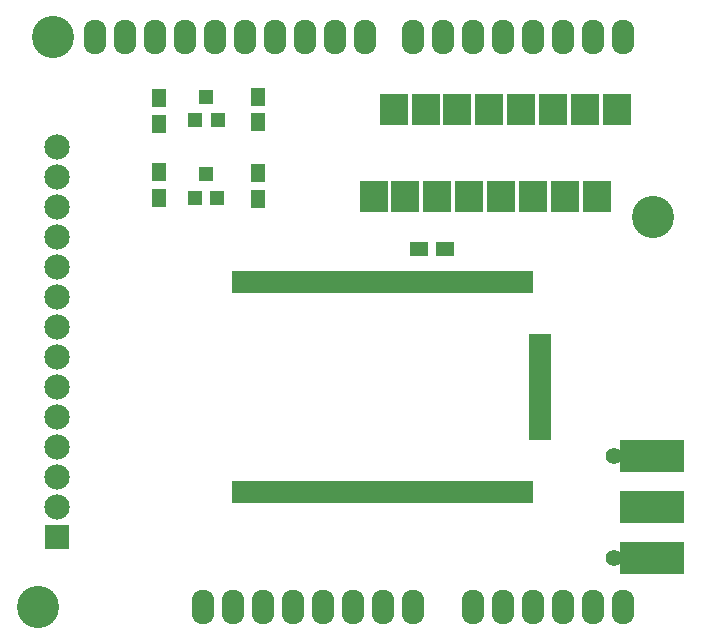
<source format=gts>
%TF.GenerationSoftware,KiCad,Pcbnew,4.0.6-e0-6349~53~ubuntu16.04.1*%
%TF.CreationDate,2017-06-06T11:27:21+01:00*%
%TF.ProjectId,RN2483shield,524E32343833736869656C642E6B6963,rev?*%
%TF.FileFunction,Soldermask,Top*%
%FSLAX46Y46*%
G04 Gerber Fmt 4.6, Leading zero omitted, Abs format (unit mm)*
G04 Created by KiCad (PCBNEW 4.0.6-e0-6349~53~ubuntu16.04.1) date Tue Jun  6 11:27:21 2017*
%MOMM*%
%LPD*%
G01*
G04 APERTURE LIST*
%ADD10C,0.100000*%
%ADD11R,1.416000X1.924000*%
%ADD12R,1.924000X1.416000*%
%ADD13R,2.400000X1.400000*%
%ADD14R,2.150000X2.050000*%
%ADD15C,2.150000*%
%ADD16R,1.200000X1.300000*%
%ADD17R,1.600000X1.300000*%
%ADD18R,1.300000X1.600000*%
%ADD19O,1.924000X2.940000*%
%ADD20C,3.575000*%
%ADD21C,1.400000*%
%ADD22R,5.480000X2.686000*%
%ADD23C,1.924000*%
G04 APERTURE END LIST*
D10*
D11*
X179550000Y-74910000D03*
X180820000Y-74910000D03*
X182090000Y-74910000D03*
X183360000Y-74910000D03*
X184630000Y-74910000D03*
X185900000Y-74910000D03*
X187170000Y-74910000D03*
X188440000Y-74910000D03*
X189710000Y-74910000D03*
X190980000Y-74910000D03*
X192250000Y-74910000D03*
X193520000Y-74910000D03*
X194790000Y-74910000D03*
X196060000Y-74910000D03*
X197330000Y-74910000D03*
X198600000Y-74910000D03*
X199870000Y-74910000D03*
X201140000Y-74910000D03*
X202410000Y-74910000D03*
X203680000Y-74910000D03*
X203680000Y-92690000D03*
D12*
X204950000Y-79990000D03*
X204950000Y-81260000D03*
X204950000Y-82530000D03*
X204950000Y-83800000D03*
X204950000Y-85070000D03*
X204950000Y-86340000D03*
X204950000Y-87610000D03*
D11*
X202410000Y-92690000D03*
X201140000Y-92690000D03*
X199870000Y-92690000D03*
X198600000Y-92690000D03*
X197330000Y-92690000D03*
X196060000Y-92690000D03*
X194790000Y-92690000D03*
X193520000Y-92690000D03*
X192250000Y-92690000D03*
X190980000Y-92690000D03*
X189710000Y-92690000D03*
X188440000Y-92690000D03*
X187170000Y-92690000D03*
X185900000Y-92690000D03*
X184630000Y-92690000D03*
X183360000Y-92690000D03*
X182090000Y-92690000D03*
X180820000Y-92690000D03*
X179550000Y-92690000D03*
D13*
X211500000Y-60925000D03*
X211500000Y-59655000D03*
D14*
X164084000Y-96520000D03*
D15*
X164084000Y-93980000D03*
X164084000Y-91440000D03*
X164084000Y-88900000D03*
X164084000Y-86360000D03*
X164084000Y-83820000D03*
X164084000Y-81280000D03*
X164084000Y-78740000D03*
X164084000Y-76200000D03*
X164084000Y-73660000D03*
X164084000Y-71120000D03*
X164084000Y-68580000D03*
X164084000Y-66040000D03*
X164084000Y-63500000D03*
D13*
X192600000Y-60925000D03*
X192600000Y-59655000D03*
X195300000Y-60925000D03*
X195300000Y-59655000D03*
X198000000Y-60925000D03*
X198000000Y-59655000D03*
X200700000Y-60925000D03*
X200700000Y-59655000D03*
X203400000Y-60925000D03*
X203400000Y-59655000D03*
X206100000Y-60925000D03*
X206100000Y-59655000D03*
X208800000Y-60925000D03*
X208800000Y-59655000D03*
X190900000Y-68350000D03*
X190900000Y-67080000D03*
X193600000Y-68350000D03*
X193600000Y-67080000D03*
X196300000Y-68350000D03*
X196300000Y-67080000D03*
X199000000Y-68350000D03*
X199000000Y-67080000D03*
X201700000Y-68350000D03*
X201700000Y-67080000D03*
X204400000Y-68350000D03*
X204400000Y-67080000D03*
X207100000Y-68350000D03*
X207100000Y-67080000D03*
X209800000Y-68350000D03*
X209800000Y-67080000D03*
D16*
X175800000Y-61225000D03*
X177700000Y-61225000D03*
X176750000Y-59225000D03*
X175750000Y-67800000D03*
X177650000Y-67800000D03*
X176700000Y-65800000D03*
D17*
X196934000Y-72136000D03*
X194734000Y-72136000D03*
D18*
X181150000Y-61425000D03*
X181150000Y-59225000D03*
X172750000Y-61525000D03*
X172750000Y-59325000D03*
X181150000Y-67900000D03*
X181150000Y-65700000D03*
X172725000Y-67850000D03*
X172725000Y-65650000D03*
D19*
X212000000Y-102410000D03*
X209460000Y-102410000D03*
X206920000Y-102410000D03*
X199300000Y-102410000D03*
X201840000Y-102410000D03*
X204380000Y-102410000D03*
X194220000Y-102410000D03*
X191680000Y-102410000D03*
X189140000Y-102410000D03*
X184060000Y-102410000D03*
X181520000Y-102410000D03*
X212000000Y-54150000D03*
X209460000Y-54150000D03*
X206920000Y-54150000D03*
X204380000Y-54150000D03*
X201840000Y-54150000D03*
X199300000Y-54150000D03*
X196760000Y-54150000D03*
X194220000Y-54150000D03*
X190156000Y-54150000D03*
X187616000Y-54150000D03*
X185076000Y-54150000D03*
X182536000Y-54150000D03*
X179996000Y-54150000D03*
X177456000Y-54150000D03*
X174916000Y-54150000D03*
X172376000Y-54150000D03*
X186600000Y-102410000D03*
D20*
X214540000Y-69390000D03*
X163740000Y-54150000D03*
X162470000Y-102410000D03*
D19*
X169836000Y-54150000D03*
X167296000Y-54150000D03*
X178980000Y-102410000D03*
X176440000Y-102410000D03*
D21*
X211285000Y-89682000D03*
D22*
X214460000Y-89682000D03*
X214460000Y-94000000D03*
X214460000Y-98318000D03*
D21*
X211285000Y-98318000D03*
D23*
X214460000Y-94000000D03*
M02*

</source>
